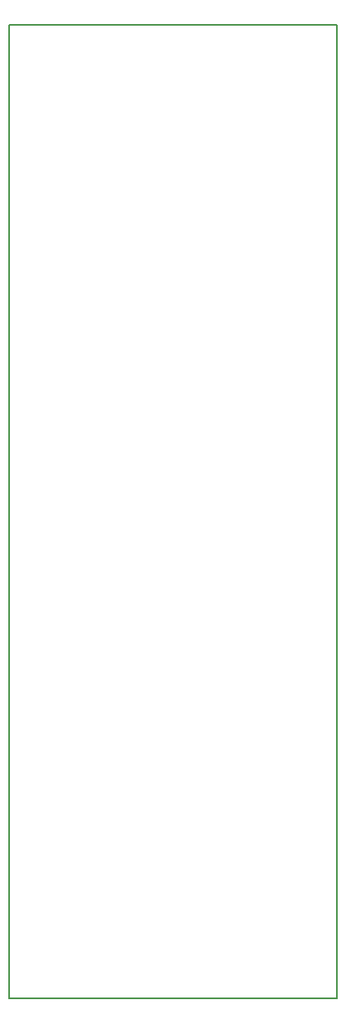
<source format=gbr>
%TF.GenerationSoftware,KiCad,Pcbnew,(5.0.1)-3*%
%TF.CreationDate,2020-04-22T20:20:14+01:00*%
%TF.ProjectId,rear,726561722E6B696361645F7063620000,rev?*%
%TF.SameCoordinates,Original*%
%TF.FileFunction,Profile,NP*%
%FSLAX46Y46*%
G04 Gerber Fmt 4.6, Leading zero omitted, Abs format (unit mm)*
G04 Created by KiCad (PCBNEW (5.0.1)-3) date 22/04/2020 20:20:14*
%MOMM*%
%LPD*%
G01*
G04 APERTURE LIST*
%ADD10C,0.200000*%
G04 APERTURE END LIST*
D10*
X93750000Y-20000000D02*
X93750000Y-119500000D01*
X60200000Y-119500000D02*
X93750000Y-119500000D01*
X60200000Y-119500000D02*
X60200000Y-20000000D01*
X60200000Y-20000000D02*
X93750000Y-20000000D01*
M02*

</source>
